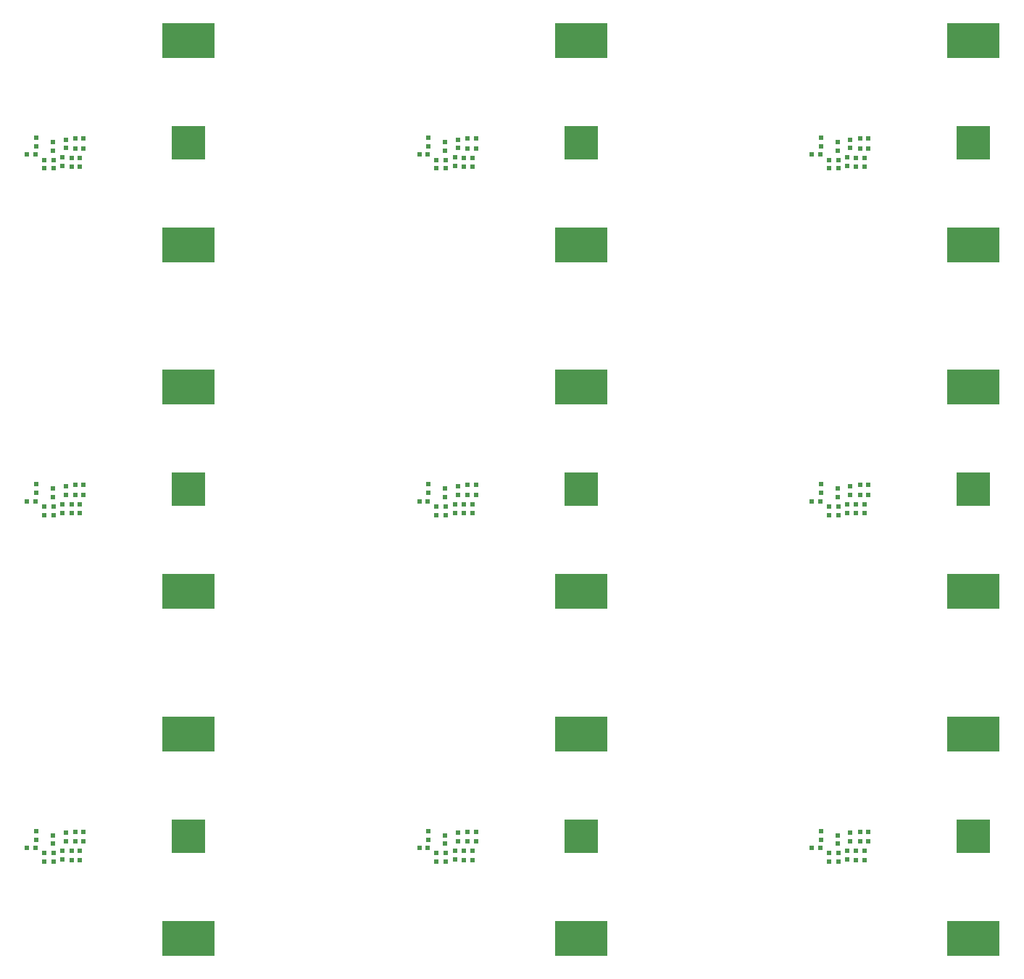
<source format=gbp>
G75*
%MOIN*%
%OFA0B0*%
%FSLAX25Y25*%
%IPPOS*%
%LPD*%
%AMOC8*
5,1,8,0,0,1.08239X$1,22.5*
%
%ADD10R,0.02362X0.02362*%
%ADD11R,0.15748X0.15748*%
%ADD12R,0.24000X0.16000*%
D10*
X0165825Y0101728D03*
X0169762Y0101728D03*
X0170016Y0105665D03*
X0170016Y0109602D03*
X0177736Y0107640D03*
X0177736Y0103703D03*
X0178029Y0099366D03*
X0178029Y0095429D03*
X0182163Y0096510D03*
X0182163Y0100447D03*
X0186297Y0100350D03*
X0190234Y0100350D03*
X0190234Y0096217D03*
X0186297Y0096217D03*
X0187978Y0104681D03*
X0191915Y0104681D03*
X0191909Y0109209D03*
X0187972Y0109209D03*
X0183610Y0108709D03*
X0183610Y0104772D03*
X0173699Y0099366D03*
X0173699Y0095429D03*
X0346305Y0101728D03*
X0350242Y0101728D03*
X0350496Y0105665D03*
X0350496Y0109602D03*
X0358216Y0107640D03*
X0358216Y0103703D03*
X0358510Y0099366D03*
X0358510Y0095429D03*
X0362643Y0096510D03*
X0362643Y0100447D03*
X0366777Y0100350D03*
X0370714Y0100350D03*
X0370714Y0096217D03*
X0366777Y0096217D03*
X0368458Y0104681D03*
X0372395Y0104681D03*
X0372389Y0109209D03*
X0368452Y0109209D03*
X0364091Y0108709D03*
X0364091Y0104772D03*
X0354179Y0099366D03*
X0354179Y0095429D03*
X0526785Y0101728D03*
X0530722Y0101728D03*
X0530977Y0105665D03*
X0530977Y0109602D03*
X0538696Y0107640D03*
X0538696Y0103703D03*
X0538990Y0099366D03*
X0538990Y0095429D03*
X0543124Y0096510D03*
X0543124Y0100447D03*
X0547258Y0100350D03*
X0551195Y0100350D03*
X0551195Y0096217D03*
X0547258Y0096217D03*
X0548939Y0104681D03*
X0552876Y0104681D03*
X0552869Y0109209D03*
X0548932Y0109209D03*
X0544571Y0108709D03*
X0544571Y0104772D03*
X0534659Y0099366D03*
X0534659Y0095429D03*
X0534659Y0254909D03*
X0534659Y0258846D03*
X0538990Y0258846D03*
X0538990Y0254909D03*
X0543124Y0255991D03*
X0543124Y0259928D03*
X0547258Y0259831D03*
X0551195Y0259831D03*
X0551195Y0255697D03*
X0547258Y0255697D03*
X0548939Y0264161D03*
X0552876Y0264161D03*
X0552869Y0268689D03*
X0548932Y0268689D03*
X0544571Y0268189D03*
X0544571Y0264252D03*
X0538696Y0263183D03*
X0538696Y0267120D03*
X0530977Y0269083D03*
X0530977Y0265146D03*
X0530722Y0261209D03*
X0526785Y0261209D03*
X0372395Y0264161D03*
X0368458Y0264161D03*
X0364091Y0264252D03*
X0364091Y0268189D03*
X0368452Y0268689D03*
X0372389Y0268689D03*
X0370714Y0259831D03*
X0366777Y0259831D03*
X0366777Y0255697D03*
X0370714Y0255697D03*
X0362643Y0255991D03*
X0362643Y0259928D03*
X0358510Y0258846D03*
X0358510Y0254909D03*
X0354179Y0254909D03*
X0354179Y0258846D03*
X0350242Y0261209D03*
X0346305Y0261209D03*
X0350496Y0265146D03*
X0350496Y0269083D03*
X0358216Y0267120D03*
X0358216Y0263183D03*
X0191915Y0264161D03*
X0187978Y0264161D03*
X0183610Y0264252D03*
X0183610Y0268189D03*
X0187972Y0268689D03*
X0191909Y0268689D03*
X0190234Y0259831D03*
X0186297Y0259831D03*
X0186297Y0255697D03*
X0190234Y0255697D03*
X0182163Y0255991D03*
X0182163Y0259928D03*
X0178029Y0258846D03*
X0178029Y0254909D03*
X0173699Y0254909D03*
X0173699Y0258846D03*
X0169762Y0261209D03*
X0165825Y0261209D03*
X0170016Y0265146D03*
X0170016Y0269083D03*
X0177736Y0267120D03*
X0177736Y0263183D03*
X0178029Y0414390D03*
X0178029Y0418327D03*
X0182163Y0419408D03*
X0182163Y0415471D03*
X0186297Y0415177D03*
X0190234Y0415177D03*
X0190234Y0419311D03*
X0186297Y0419311D03*
X0187978Y0423642D03*
X0191915Y0423642D03*
X0191909Y0428169D03*
X0187972Y0428169D03*
X0183610Y0427669D03*
X0183610Y0423732D03*
X0177736Y0422664D03*
X0177736Y0426601D03*
X0170016Y0428563D03*
X0170016Y0424626D03*
X0169762Y0420689D03*
X0165825Y0420689D03*
X0173699Y0418327D03*
X0173699Y0414390D03*
X0346305Y0420689D03*
X0350242Y0420689D03*
X0350496Y0424626D03*
X0350496Y0428563D03*
X0358216Y0426601D03*
X0358216Y0422664D03*
X0358510Y0418327D03*
X0358510Y0414390D03*
X0362643Y0415471D03*
X0362643Y0419408D03*
X0366777Y0419311D03*
X0370714Y0419311D03*
X0370714Y0415177D03*
X0366777Y0415177D03*
X0354179Y0414390D03*
X0354179Y0418327D03*
X0364091Y0423732D03*
X0364091Y0427669D03*
X0368452Y0428169D03*
X0372389Y0428169D03*
X0372395Y0423642D03*
X0368458Y0423642D03*
X0526785Y0420689D03*
X0530722Y0420689D03*
X0530977Y0424626D03*
X0530977Y0428563D03*
X0538696Y0426601D03*
X0538696Y0422664D03*
X0538990Y0418327D03*
X0538990Y0414390D03*
X0543124Y0415471D03*
X0543124Y0419408D03*
X0547258Y0419311D03*
X0551195Y0419311D03*
X0551195Y0415177D03*
X0547258Y0415177D03*
X0548939Y0423642D03*
X0552876Y0423642D03*
X0552869Y0428169D03*
X0548932Y0428169D03*
X0544571Y0427669D03*
X0544571Y0423732D03*
X0534659Y0418327D03*
X0534659Y0414390D03*
D11*
X0601195Y0426201D03*
X0420714Y0426201D03*
X0240234Y0426201D03*
X0240234Y0266720D03*
X0420714Y0266720D03*
X0601195Y0266720D03*
X0601195Y0107240D03*
X0420714Y0107240D03*
X0240234Y0107240D03*
D12*
X0240234Y0154240D03*
X0240234Y0219720D03*
X0240234Y0313720D03*
X0240234Y0379201D03*
X0240234Y0473201D03*
X0420714Y0473201D03*
X0420714Y0379201D03*
X0420714Y0313720D03*
X0420714Y0219720D03*
X0420714Y0154240D03*
X0420714Y0060240D03*
X0240234Y0060240D03*
X0601195Y0060240D03*
X0601195Y0154240D03*
X0601195Y0219720D03*
X0601195Y0313720D03*
X0601195Y0379201D03*
X0601195Y0473201D03*
M02*

</source>
